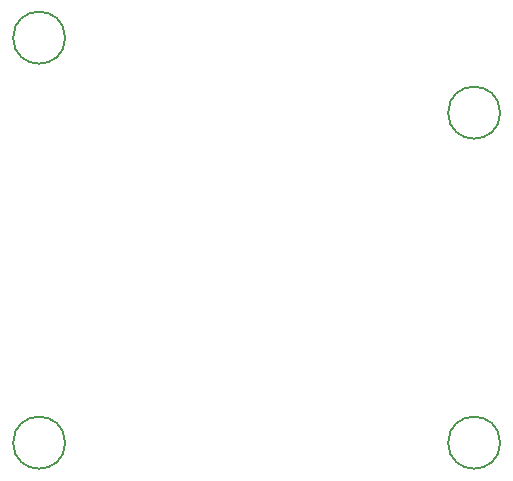
<source format=gbr>
G04 #@! TF.GenerationSoftware,KiCad,Pcbnew,8.0.1*
G04 #@! TF.CreationDate,2024-07-15T10:08:48+02:00*
G04 #@! TF.ProjectId,RGB 2x2 with WS2811,52474220-3278-4322-9077-697468205753,rev?*
G04 #@! TF.SameCoordinates,Original*
G04 #@! TF.FileFunction,Other,Comment*
%FSLAX46Y46*%
G04 Gerber Fmt 4.6, Leading zero omitted, Abs format (unit mm)*
G04 Created by KiCad (PCBNEW 8.0.1) date 2024-07-15 10:08:48*
%MOMM*%
%LPD*%
G01*
G04 APERTURE LIST*
%ADD10C,0.150000*%
G04 APERTURE END LIST*
D10*
G04 #@! TO.C,REF\u002A\u002A*
X159173269Y-45070490D02*
G75*
G02*
X154773269Y-45070490I-2200000J0D01*
G01*
X154773269Y-45070490D02*
G75*
G02*
X159173269Y-45070490I2200000J0D01*
G01*
X159173268Y-73010490D02*
G75*
G02*
X154773268Y-73010490I-2200000J0D01*
G01*
X154773268Y-73010490D02*
G75*
G02*
X159173268Y-73010490I2200000J0D01*
G01*
X122343268Y-73010489D02*
G75*
G02*
X117943268Y-73010489I-2200000J0D01*
G01*
X117943268Y-73010489D02*
G75*
G02*
X122343268Y-73010489I2200000J0D01*
G01*
X122343268Y-38720490D02*
G75*
G02*
X117943268Y-38720490I-2200000J0D01*
G01*
X117943268Y-38720490D02*
G75*
G02*
X122343268Y-38720490I2200000J0D01*
G01*
G04 #@! TD*
M02*

</source>
